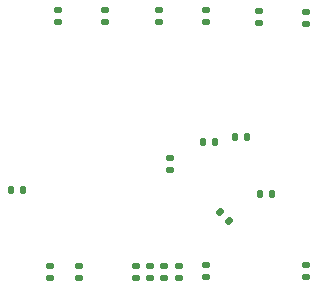
<source format=gbr>
%TF.GenerationSoftware,KiCad,Pcbnew,(6.0.0)*%
%TF.CreationDate,2022-08-21T23:10:39+12:00*%
%TF.ProjectId,TEST_FIXTURE,54455354-5f46-4495-9854-5552452e6b69,v1.0*%
%TF.SameCoordinates,Original*%
%TF.FileFunction,Paste,Top*%
%TF.FilePolarity,Positive*%
%FSLAX46Y46*%
G04 Gerber Fmt 4.6, Leading zero omitted, Abs format (unit mm)*
G04 Created by KiCad (PCBNEW (6.0.0)) date 2022-08-21 23:10:39*
%MOMM*%
%LPD*%
G01*
G04 APERTURE LIST*
G04 Aperture macros list*
%AMRoundRect*
0 Rectangle with rounded corners*
0 $1 Rounding radius*
0 $2 $3 $4 $5 $6 $7 $8 $9 X,Y pos of 4 corners*
0 Add a 4 corners polygon primitive as box body*
4,1,4,$2,$3,$4,$5,$6,$7,$8,$9,$2,$3,0*
0 Add four circle primitives for the rounded corners*
1,1,$1+$1,$2,$3*
1,1,$1+$1,$4,$5*
1,1,$1+$1,$6,$7*
1,1,$1+$1,$8,$9*
0 Add four rect primitives between the rounded corners*
20,1,$1+$1,$2,$3,$4,$5,0*
20,1,$1+$1,$4,$5,$6,$7,0*
20,1,$1+$1,$6,$7,$8,$9,0*
20,1,$1+$1,$8,$9,$2,$3,0*%
G04 Aperture macros list end*
%ADD10RoundRect,0.135000X-0.185000X0.135000X-0.185000X-0.135000X0.185000X-0.135000X0.185000X0.135000X0*%
%ADD11RoundRect,0.135000X0.185000X-0.135000X0.185000X0.135000X-0.185000X0.135000X-0.185000X-0.135000X0*%
%ADD12RoundRect,0.135000X0.135000X0.185000X-0.135000X0.185000X-0.135000X-0.185000X0.135000X-0.185000X0*%
%ADD13RoundRect,0.135000X-0.135000X-0.185000X0.135000X-0.185000X0.135000X0.185000X-0.135000X0.185000X0*%
%ADD14RoundRect,0.135000X0.226274X0.035355X0.035355X0.226274X-0.226274X-0.035355X-0.035355X-0.226274X0*%
G04 APERTURE END LIST*
D10*
%TO.C,R4*%
X198000000Y-138690000D03*
X198000000Y-139710000D03*
%TD*%
D11*
%TO.C,R8*%
X197300000Y-161410000D03*
X197300000Y-160390000D03*
%TD*%
%TO.C,R10*%
X199700000Y-161410000D03*
X199700000Y-160390000D03*
%TD*%
D10*
%TO.C,R3*%
X202000000Y-138690000D03*
X202000000Y-139710000D03*
%TD*%
%TO.C,R6*%
X189500000Y-138690000D03*
X189500000Y-139710000D03*
%TD*%
D11*
%TO.C,R7*%
X196100000Y-161410000D03*
X196100000Y-160390000D03*
%TD*%
D10*
%TO.C,R5*%
X193500000Y-138690000D03*
X193500000Y-139710000D03*
%TD*%
D11*
%TO.C,R9*%
X198500000Y-161410000D03*
X198500000Y-160390000D03*
%TD*%
%TO.C,R13*%
X202000000Y-161310000D03*
X202000000Y-160290000D03*
%TD*%
D12*
%TO.C,R18*%
X201790000Y-149900000D03*
X202810000Y-149900000D03*
%TD*%
D11*
%TO.C,R12*%
X188800000Y-161410000D03*
X188800000Y-160390000D03*
%TD*%
D13*
%TO.C,R15*%
X185490000Y-154000000D03*
X186510000Y-154000000D03*
%TD*%
D10*
%TO.C,R2*%
X206500000Y-138790000D03*
X206500000Y-139810000D03*
%TD*%
%TO.C,R1*%
X210500000Y-138890000D03*
X210500000Y-139910000D03*
%TD*%
%TO.C,R19*%
X199000000Y-152310000D03*
X199000000Y-151290000D03*
%TD*%
D14*
%TO.C,R16*%
X203239376Y-155839376D03*
X203960624Y-156560624D03*
%TD*%
D11*
%TO.C,R14*%
X210500000Y-161310000D03*
X210500000Y-160290000D03*
%TD*%
D12*
%TO.C,R20*%
X204490000Y-149500000D03*
X205510000Y-149500000D03*
%TD*%
%TO.C,R17*%
X206590000Y-154300000D03*
X207610000Y-154300000D03*
%TD*%
D11*
%TO.C,R11*%
X191300000Y-161410000D03*
X191300000Y-160390000D03*
%TD*%
M02*

</source>
